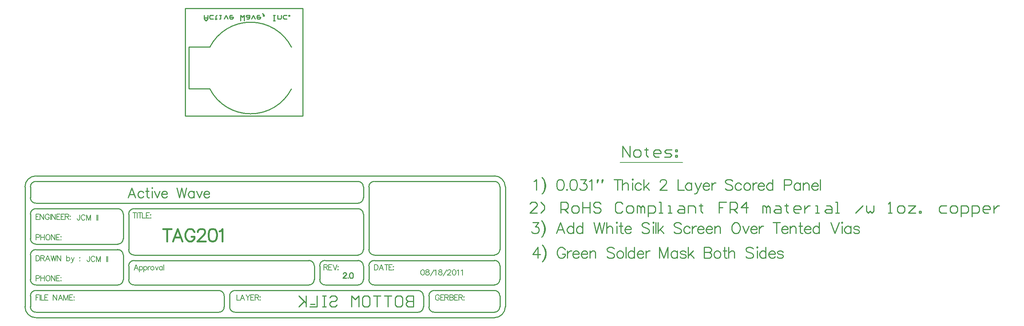
<source format=gbo>
%FSLAX25Y25*%
%MOIN*%
G70*
G01*
G75*
G04 Layer_Color=32896*
%ADD10R,0.03000X0.03000*%
%ADD11C,0.05000*%
%ADD12R,0.01550X0.05000*%
G04:AMPARAMS|DCode=13|XSize=39.37mil|YSize=9.84mil|CornerRadius=2.46mil|HoleSize=0mil|Usage=FLASHONLY|Rotation=0.000|XOffset=0mil|YOffset=0mil|HoleType=Round|Shape=RoundedRectangle|*
%AMROUNDEDRECTD13*
21,1,0.03937,0.00492,0,0,0.0*
21,1,0.03445,0.00984,0,0,0.0*
1,1,0.00492,0.01722,-0.00246*
1,1,0.00492,-0.01722,-0.00246*
1,1,0.00492,-0.01722,0.00246*
1,1,0.00492,0.01722,0.00246*
%
%ADD13ROUNDEDRECTD13*%
G04:AMPARAMS|DCode=14|XSize=39.37mil|YSize=9.84mil|CornerRadius=2.46mil|HoleSize=0mil|Usage=FLASHONLY|Rotation=90.000|XOffset=0mil|YOffset=0mil|HoleType=Round|Shape=RoundedRectangle|*
%AMROUNDEDRECTD14*
21,1,0.03937,0.00492,0,0,90.0*
21,1,0.03445,0.00984,0,0,90.0*
1,1,0.00492,0.00246,0.01722*
1,1,0.00492,0.00246,-0.01722*
1,1,0.00492,-0.00246,-0.01722*
1,1,0.00492,-0.00246,0.01722*
%
%ADD14ROUNDEDRECTD14*%
G04:AMPARAMS|DCode=15|XSize=25.59mil|YSize=9.84mil|CornerRadius=0mil|HoleSize=0mil|Usage=FLASHONLY|Rotation=90.000|XOffset=0mil|YOffset=0mil|HoleType=Round|Shape=Octagon|*
%AMOCTAGOND15*
4,1,8,0.00246,0.01280,-0.00246,0.01280,-0.00492,0.01034,-0.00492,-0.01034,-0.00246,-0.01280,0.00246,-0.01280,0.00492,-0.01034,0.00492,0.01034,0.00246,0.01280,0.0*
%
%ADD15OCTAGOND15*%

G04:AMPARAMS|DCode=16|XSize=25.59mil|YSize=9.84mil|CornerRadius=0mil|HoleSize=0mil|Usage=FLASHONLY|Rotation=180.000|XOffset=0mil|YOffset=0mil|HoleType=Round|Shape=Octagon|*
%AMOCTAGOND16*
4,1,8,-0.01280,0.00246,-0.01280,-0.00246,-0.01034,-0.00492,0.01034,-0.00492,0.01280,-0.00246,0.01280,0.00246,0.01034,0.00492,-0.01034,0.00492,-0.01280,0.00246,0.0*
%
%ADD16OCTAGOND16*%

%ADD17C,0.01000*%
%ADD18C,0.00800*%
%ADD19C,0.01200*%
%ADD20C,0.02000*%
%ADD21C,0.00500*%
%ADD22C,0.01500*%
%ADD23C,0.00900*%
%ADD24C,0.05200*%
%ADD25R,0.04000X0.06200*%
%ADD26O,0.04000X0.06200*%
%ADD27C,0.05500*%
%ADD28C,0.02600*%
%ADD29R,0.13000X0.34000*%
%ADD30C,0.06000*%
%ADD31C,0.07000*%
%ADD32R,0.03800X0.03800*%
%ADD33C,0.05800*%
%ADD34R,0.01850X0.05300*%
G04:AMPARAMS|DCode=35|XSize=43.37mil|YSize=13.84mil|CornerRadius=4.46mil|HoleSize=0mil|Usage=FLASHONLY|Rotation=0.000|XOffset=0mil|YOffset=0mil|HoleType=Round|Shape=RoundedRectangle|*
%AMROUNDEDRECTD35*
21,1,0.04337,0.00492,0,0,0.0*
21,1,0.03445,0.01384,0,0,0.0*
1,1,0.00892,0.01722,-0.00246*
1,1,0.00892,-0.01722,-0.00246*
1,1,0.00892,-0.01722,0.00246*
1,1,0.00892,0.01722,0.00246*
%
%ADD35ROUNDEDRECTD35*%
G04:AMPARAMS|DCode=36|XSize=43.37mil|YSize=13.84mil|CornerRadius=4.46mil|HoleSize=0mil|Usage=FLASHONLY|Rotation=90.000|XOffset=0mil|YOffset=0mil|HoleType=Round|Shape=RoundedRectangle|*
%AMROUNDEDRECTD36*
21,1,0.04337,0.00492,0,0,90.0*
21,1,0.03445,0.01384,0,0,90.0*
1,1,0.00892,0.00246,0.01722*
1,1,0.00892,0.00246,-0.01722*
1,1,0.00892,-0.00246,-0.01722*
1,1,0.00892,-0.00246,0.01722*
%
%ADD36ROUNDEDRECTD36*%
G04:AMPARAMS|DCode=37|XSize=29.19mil|YSize=13.44mil|CornerRadius=0mil|HoleSize=0mil|Usage=FLASHONLY|Rotation=90.000|XOffset=0mil|YOffset=0mil|HoleType=Round|Shape=Octagon|*
%AMOCTAGOND37*
4,1,8,0.00336,0.01460,-0.00336,0.01460,-0.00672,0.01124,-0.00672,-0.01124,-0.00336,-0.01460,0.00336,-0.01460,0.00672,-0.01124,0.00672,0.01124,0.00336,0.01460,0.0*
%
%ADD37OCTAGOND37*%

G04:AMPARAMS|DCode=38|XSize=29.19mil|YSize=13.44mil|CornerRadius=0mil|HoleSize=0mil|Usage=FLASHONLY|Rotation=180.000|XOffset=0mil|YOffset=0mil|HoleType=Round|Shape=Octagon|*
%AMOCTAGOND38*
4,1,8,-0.01460,0.00336,-0.01460,-0.00336,-0.01124,-0.00672,0.01124,-0.00672,0.01460,-0.00336,0.01460,0.00336,0.01124,0.00672,-0.01124,0.00672,-0.01460,0.00336,0.0*
%
%ADD38OCTAGOND38*%

%ADD39R,0.04400X0.06600*%
%ADD40O,0.04400X0.06600*%
%ADD41C,0.06300*%
%ADD42C,0.08000*%
%ADD43R,0.13800X0.34800*%
D17*
X97465Y62982D02*
G03*
X22670Y63248I-37466J-18982D01*
G01*
X22535Y25017D02*
G03*
X97330Y24752I37466J18982D01*
G01*
X3248Y25035D02*
Y63248D01*
Y25017D02*
X22535D01*
X3248Y63248D02*
X22670D01*
X209200Y-165003D02*
Y-175000D01*
X204202D01*
X202536Y-173334D01*
Y-171668D01*
X204202Y-170002D01*
X209200D01*
X204202D01*
X202536Y-168335D01*
Y-166669D01*
X204202Y-165003D01*
X209200D01*
X194205D02*
X197537D01*
X199203Y-166669D01*
Y-173334D01*
X197537Y-175000D01*
X194205D01*
X192539Y-173334D01*
Y-166669D01*
X194205Y-165003D01*
X189207D02*
X182542D01*
X185874D01*
Y-175000D01*
X179210Y-165003D02*
X172545D01*
X175877D01*
Y-175000D01*
X164215Y-165003D02*
X167547D01*
X169213Y-166669D01*
Y-173334D01*
X167547Y-175000D01*
X164215D01*
X162548Y-173334D01*
Y-166669D01*
X164215Y-165003D01*
X159216Y-175000D02*
Y-165003D01*
X155884Y-168335D01*
X152552Y-165003D01*
Y-175000D01*
X132558Y-166669D02*
X134224Y-165003D01*
X137557D01*
X139223Y-166669D01*
Y-168335D01*
X137557Y-170002D01*
X134224D01*
X132558Y-171668D01*
Y-173334D01*
X134224Y-175000D01*
X137557D01*
X139223Y-173334D01*
X129226Y-165003D02*
X125894D01*
X127560D01*
Y-175000D01*
X129226D01*
X125894D01*
X120895Y-165003D02*
Y-175000D01*
X114231D01*
X110898Y-165003D02*
Y-175000D01*
Y-171668D01*
X104234Y-165003D01*
X109232Y-170002D01*
X104234Y-175000D01*
X17300Y92500D02*
Y89168D01*
X18966Y87502D01*
X20632Y89168D01*
Y92500D01*
Y90001D01*
X17300D01*
X25631Y89168D02*
X23131D01*
X22298Y90001D01*
Y91667D01*
X23131Y92500D01*
X25631D01*
X28130Y88335D02*
Y89168D01*
X27297D01*
X28963D01*
X28130D01*
Y91667D01*
X28963Y92500D01*
X31462D02*
X33128D01*
X32295D01*
Y89168D01*
X31462D01*
X35627D02*
X37293Y92500D01*
X38960Y89168D01*
X43125Y92500D02*
X41459D01*
X40626Y91667D01*
Y90001D01*
X41459Y89168D01*
X43125D01*
X43958Y90001D01*
Y90834D01*
X40626D01*
X50622Y87502D02*
Y92500D01*
X52289Y90834D01*
X53955Y92500D01*
Y87502D01*
X56454Y89168D02*
X58120D01*
X58953Y90001D01*
Y92500D01*
X56454D01*
X55621Y91667D01*
X56454Y90834D01*
X58953D01*
X60619Y89168D02*
X62285Y92500D01*
X63952Y89168D01*
X68117Y92500D02*
X66451D01*
X65618Y91667D01*
Y90001D01*
X66451Y89168D01*
X68117D01*
X68950Y90001D01*
Y90834D01*
X65618D01*
X71449Y93333D02*
X72282Y92500D01*
Y91667D01*
X71449D01*
Y92500D01*
X72282D01*
X71449Y93333D01*
X70616Y94166D01*
X80613Y87502D02*
X82279D01*
X81446D01*
Y92500D01*
X80613D01*
X82279D01*
X84778D02*
Y89168D01*
X87277D01*
X88110Y90001D01*
Y92500D01*
X93109Y89168D02*
X90610D01*
X89776Y90001D01*
Y91667D01*
X90610Y92500D01*
X93109D01*
X94775D02*
Y91667D01*
X95608D01*
Y92500D01*
X94775D01*
X0Y98803D02*
X107753D01*
Y-100D02*
Y98803D01*
X114695Y-172498D02*
X118632D01*
X0Y-100D02*
Y98800D01*
Y-100D02*
X107753D01*
X288306Y-137340D02*
G03*
X283406Y-132440I-4900J0D01*
G01*
X173240Y-132514D02*
G03*
X168240Y-137514I0J-5000D01*
G01*
X283306Y-127440D02*
G03*
X288306Y-122440I0J5000D01*
G01*
X168240Y-122514D02*
G03*
X173240Y-127514I5000J0D01*
G01*
X-136760Y-55014D02*
G03*
X-146760Y-65014I0J-10000D01*
G01*
Y-174914D02*
G03*
X-136837Y-185012I10100J0D01*
G01*
X293238Y-64957D02*
G03*
X283238Y-54957I-10000J0D01*
G01*
X288238Y-64857D02*
G03*
X283167Y-59960I-4900J0D01*
G01*
X283306Y-154940D02*
G03*
X288306Y-149940I0J5000D01*
G01*
X288240Y-164927D02*
G03*
X283240Y-160013I-5000J-87D01*
G01*
X158240Y-155014D02*
G03*
X163240Y-150014I0J5000D01*
G01*
X168240Y-150114D02*
G03*
X173225Y-155013I4900J0D01*
G01*
X163240Y-137414D02*
G03*
X158340Y-132514I-4900J0D01*
G01*
X-141760Y-175014D02*
G03*
X-136848Y-180013I5000J0D01*
G01*
X158327Y-127514D02*
G03*
X163241Y-122514I-87J5000D01*
G01*
X-136760Y-160014D02*
G03*
X-141760Y-165014I0J-5000D01*
G01*
X163240Y-90014D02*
G03*
X158240Y-85014I-5000J0D01*
G01*
Y-80014D02*
G03*
X163240Y-75014I0J5000D01*
G01*
X173240Y-60014D02*
G03*
X168240Y-65014I0J-5000D01*
G01*
X163240Y-65014D02*
G03*
X158240Y-60014I-5000J0D01*
G01*
X-136760Y-60014D02*
G03*
X-141760Y-65014I0J-5000D01*
G01*
Y-75014D02*
G03*
X-136760Y-80014I5000J0D01*
G01*
Y-85014D02*
G03*
X-141760Y-90014I0J-5000D01*
G01*
Y-112514D02*
G03*
X-136760Y-117514I5000J0D01*
G01*
Y-122514D02*
G03*
X-141760Y-127514I0J-5000D01*
G01*
X-141760Y-150014D02*
G03*
X-136848Y-155013I5000J0D01*
G01*
X-46760Y-85014D02*
G03*
X-51760Y-90014I0J-5000D01*
G01*
X-46760Y-132514D02*
G03*
X-51760Y-137514I0J-5000D01*
G01*
X128040Y-132514D02*
G03*
X123246Y-137565I0J-4800D01*
G01*
X123240Y-149914D02*
G03*
X128251Y-155013I5100J0D01*
G01*
X113340Y-155014D02*
G03*
X118239Y-150029I0J4900D01*
G01*
X118240Y-137414D02*
G03*
X113340Y-132514I-4900J0D01*
G01*
X-61660Y-155014D02*
G03*
X-56760Y-150114I0J4900D01*
G01*
X-51760D02*
G03*
X-46860Y-155014I4900J0D01*
G01*
X-51760Y-122614D02*
G03*
X-46860Y-127514I4900J0D01*
G01*
X-56760Y-127414D02*
G03*
X-61831Y-122517I-4900J0D01*
G01*
X-61560Y-117514D02*
G03*
X-56760Y-112714I0J4800D01*
G01*
Y-89914D02*
G03*
X-61660Y-85014I-4900J0D01*
G01*
X228240Y-160014D02*
G03*
X223240Y-165014I0J-5000D01*
G01*
Y-175114D02*
G03*
X228225Y-180013I4900J0D01*
G01*
X213356Y-180014D02*
G03*
X218238Y-175047I84J4800D01*
G01*
X218240Y-165014D02*
G03*
X213240Y-160014I-5000J0D01*
G01*
X40740Y-175014D02*
G03*
X45652Y-180013I5000J0D01*
G01*
X45740Y-160014D02*
G03*
X40740Y-165014I0J-5000D01*
G01*
X30856Y-180014D02*
G03*
X35738Y-175047I84J4800D01*
G01*
X35740Y-165014D02*
G03*
X30740Y-160014I-5000J0D01*
G01*
X283240Y-180014D02*
G03*
X288240Y-175014I0J5000D01*
G01*
X283240Y-185014D02*
G03*
X293240Y-175014I0J10000D01*
G01*
X45740Y-180014D02*
X213240D01*
X-136760Y-180014D02*
X30740D01*
X-136760Y-160014D02*
X30740D01*
X45740D02*
X213240D01*
X228240Y-180014D02*
X283240D01*
X228240Y-160014D02*
X283240D01*
X-136760Y-60014D02*
X158240D01*
X-136760Y-185014D02*
X283240D01*
X-136760Y-155014D02*
X-61760D01*
X-136760Y-122514D02*
X-61760D01*
X-136760Y-117514D02*
X-61760D01*
X-136760Y-85014D02*
X-61760D01*
X-136760Y-80014D02*
X158240D01*
X-46760Y-85014D02*
X158240D01*
X-46760Y-132514D02*
X113240D01*
X-46760Y-155014D02*
X113240D01*
X128240D02*
X158240D01*
X128240Y-132514D02*
X158240D01*
X173240Y-155014D02*
X283240D01*
X173240Y-60014D02*
X283240D01*
X-46760Y-127514D02*
X158240D01*
X173240D02*
X283240D01*
X173240Y-132514D02*
X283240D01*
X35740Y-175014D02*
Y-165014D01*
X40740Y-175014D02*
Y-165014D01*
X218240Y-175014D02*
Y-165014D01*
X223240Y-175014D02*
Y-165014D01*
X293240Y-175014D02*
Y-65014D01*
X-141760Y-150014D02*
Y-127514D01*
X-56760Y-150014D02*
Y-127514D01*
X-141760Y-112514D02*
Y-90014D01*
X-56760Y-112514D02*
Y-90014D01*
X-141760Y-75014D02*
Y-65014D01*
X163240Y-75014D02*
Y-65014D01*
Y-122514D02*
Y-90014D01*
X-51760Y-122514D02*
Y-90014D01*
X118240Y-150014D02*
Y-137514D01*
X-51760Y-150014D02*
Y-137514D01*
X123240Y-150014D02*
Y-137514D01*
X163240Y-150014D02*
Y-137514D01*
X-141760Y-175014D02*
Y-165014D01*
X-146760Y-175014D02*
Y-65014D01*
X168240Y-122514D02*
Y-65014D01*
X288240Y-122514D02*
Y-65014D01*
X168240Y-150014D02*
Y-137514D01*
X288306Y-149940D02*
Y-137340D01*
X-136760Y-55014D02*
X283240D01*
X288240Y-175014D02*
Y-165014D01*
X323027Y-120328D02*
X318266Y-126993D01*
X325408D01*
X323027Y-120328D02*
Y-130326D01*
X327169Y-118424D02*
X328121Y-119376D01*
X329073Y-120804D01*
X330026Y-122709D01*
X330502Y-125089D01*
Y-126993D01*
X330026Y-129374D01*
X329073Y-131278D01*
X328121Y-132706D01*
X327169Y-133659D01*
X328121Y-119376D02*
X329073Y-121280D01*
X329549Y-122709D01*
X330026Y-125089D01*
Y-126993D01*
X329549Y-129374D01*
X329073Y-130802D01*
X328121Y-132706D01*
X347926Y-122709D02*
X347450Y-121756D01*
X346498Y-120804D01*
X345546Y-120328D01*
X343642D01*
X342689Y-120804D01*
X341737Y-121756D01*
X341261Y-122709D01*
X340785Y-124137D01*
Y-126517D01*
X341261Y-127945D01*
X341737Y-128898D01*
X342689Y-129850D01*
X343642Y-130326D01*
X345546D01*
X346498Y-129850D01*
X347450Y-128898D01*
X347926Y-127945D01*
Y-126517D01*
X345546D02*
X347926D01*
X350212Y-123661D02*
Y-130326D01*
Y-126517D02*
X350688Y-125089D01*
X351640Y-124137D01*
X352592Y-123661D01*
X354020D01*
X354925Y-126517D02*
X360638D01*
Y-125565D01*
X360162Y-124613D01*
X359686Y-124137D01*
X358734Y-123661D01*
X357305D01*
X356353Y-124137D01*
X355401Y-125089D01*
X354925Y-126517D01*
Y-127470D01*
X355401Y-128898D01*
X356353Y-129850D01*
X357305Y-130326D01*
X358734D01*
X359686Y-129850D01*
X360638Y-128898D01*
X362780Y-126517D02*
X368494D01*
Y-125565D01*
X368017Y-124613D01*
X367541Y-124137D01*
X366589Y-123661D01*
X365161D01*
X364209Y-124137D01*
X363257Y-125089D01*
X362780Y-126517D01*
Y-127470D01*
X363257Y-128898D01*
X364209Y-129850D01*
X365161Y-130326D01*
X366589D01*
X367541Y-129850D01*
X368494Y-128898D01*
X370636Y-123661D02*
Y-130326D01*
Y-125565D02*
X372064Y-124137D01*
X373016Y-123661D01*
X374445D01*
X375397Y-124137D01*
X375873Y-125565D01*
Y-130326D01*
X393012Y-121756D02*
X392060Y-120804D01*
X390632Y-120328D01*
X388727D01*
X387299Y-120804D01*
X386347Y-121756D01*
Y-122709D01*
X386823Y-123661D01*
X387299Y-124137D01*
X388251Y-124613D01*
X391108Y-125565D01*
X392060Y-126041D01*
X392536Y-126517D01*
X393012Y-127470D01*
Y-128898D01*
X392060Y-129850D01*
X390632Y-130326D01*
X388727D01*
X387299Y-129850D01*
X386347Y-128898D01*
X397630Y-123661D02*
X396678Y-124137D01*
X395726Y-125089D01*
X395250Y-126517D01*
Y-127470D01*
X395726Y-128898D01*
X396678Y-129850D01*
X397630Y-130326D01*
X399058D01*
X400010Y-129850D01*
X400963Y-128898D01*
X401439Y-127470D01*
Y-126517D01*
X400963Y-125089D01*
X400010Y-124137D01*
X399058Y-123661D01*
X397630D01*
X403629Y-120328D02*
Y-130326D01*
X411437Y-120328D02*
Y-130326D01*
Y-125089D02*
X410485Y-124137D01*
X409532Y-123661D01*
X408104D01*
X407152Y-124137D01*
X406200Y-125089D01*
X405724Y-126517D01*
Y-127470D01*
X406200Y-128898D01*
X407152Y-129850D01*
X408104Y-130326D01*
X409532D01*
X410485Y-129850D01*
X411437Y-128898D01*
X414103Y-126517D02*
X419816D01*
Y-125565D01*
X419340Y-124613D01*
X418864Y-124137D01*
X417911Y-123661D01*
X416483D01*
X415531Y-124137D01*
X414579Y-125089D01*
X414103Y-126517D01*
Y-127470D01*
X414579Y-128898D01*
X415531Y-129850D01*
X416483Y-130326D01*
X417911D01*
X418864Y-129850D01*
X419816Y-128898D01*
X421958Y-123661D02*
Y-130326D01*
Y-126517D02*
X422434Y-125089D01*
X423386Y-124137D01*
X424339Y-123661D01*
X425767D01*
X434527Y-120328D02*
Y-130326D01*
Y-120328D02*
X438336Y-130326D01*
X442144Y-120328D02*
X438336Y-130326D01*
X442144Y-120328D02*
Y-130326D01*
X450714Y-123661D02*
Y-130326D01*
Y-125089D02*
X449762Y-124137D01*
X448810Y-123661D01*
X447381D01*
X446429Y-124137D01*
X445477Y-125089D01*
X445001Y-126517D01*
Y-127470D01*
X445477Y-128898D01*
X446429Y-129850D01*
X447381Y-130326D01*
X448810D01*
X449762Y-129850D01*
X450714Y-128898D01*
X458617Y-125089D02*
X458141Y-124137D01*
X456713Y-123661D01*
X455284D01*
X453856Y-124137D01*
X453380Y-125089D01*
X453856Y-126041D01*
X454808Y-126517D01*
X457189Y-126993D01*
X458141Y-127470D01*
X458617Y-128422D01*
Y-128898D01*
X458141Y-129850D01*
X456713Y-130326D01*
X455284D01*
X453856Y-129850D01*
X453380Y-128898D01*
X460712Y-120328D02*
Y-130326D01*
X465473Y-123661D02*
X460712Y-128422D01*
X462616Y-126517D02*
X465949Y-130326D01*
X475375Y-120328D02*
Y-130326D01*
Y-120328D02*
X479660D01*
X481088Y-120804D01*
X481565Y-121280D01*
X482041Y-122232D01*
Y-123185D01*
X481565Y-124137D01*
X481088Y-124613D01*
X479660Y-125089D01*
X475375D02*
X479660D01*
X481088Y-125565D01*
X481565Y-126041D01*
X482041Y-126993D01*
Y-128422D01*
X481565Y-129374D01*
X481088Y-129850D01*
X479660Y-130326D01*
X475375D01*
X486659Y-123661D02*
X485707Y-124137D01*
X484754Y-125089D01*
X484278Y-126517D01*
Y-127470D01*
X484754Y-128898D01*
X485707Y-129850D01*
X486659Y-130326D01*
X488087D01*
X489039Y-129850D01*
X489991Y-128898D01*
X490467Y-127470D01*
Y-126517D01*
X489991Y-125089D01*
X489039Y-124137D01*
X488087Y-123661D01*
X486659D01*
X494086Y-120328D02*
Y-128422D01*
X494562Y-129850D01*
X495514Y-130326D01*
X496466D01*
X492657Y-123661D02*
X495990D01*
X497894Y-120328D02*
Y-130326D01*
Y-125565D02*
X499323Y-124137D01*
X500275Y-123661D01*
X501703D01*
X502655Y-124137D01*
X503131Y-125565D01*
Y-130326D01*
X520270Y-121756D02*
X519318Y-120804D01*
X517890Y-120328D01*
X515986D01*
X514557Y-120804D01*
X513605Y-121756D01*
Y-122709D01*
X514081Y-123661D01*
X514557Y-124137D01*
X515510Y-124613D01*
X518366Y-125565D01*
X519318Y-126041D01*
X519794Y-126517D01*
X520270Y-127470D01*
Y-128898D01*
X519318Y-129850D01*
X517890Y-130326D01*
X515986D01*
X514557Y-129850D01*
X513605Y-128898D01*
X523460Y-120328D02*
X523936Y-120804D01*
X524412Y-120328D01*
X523936Y-119852D01*
X523460Y-120328D01*
X523936Y-123661D02*
Y-130326D01*
X531887Y-120328D02*
Y-130326D01*
Y-125089D02*
X530935Y-124137D01*
X529983Y-123661D01*
X528554D01*
X527602Y-124137D01*
X526650Y-125089D01*
X526174Y-126517D01*
Y-127470D01*
X526650Y-128898D01*
X527602Y-129850D01*
X528554Y-130326D01*
X529983D01*
X530935Y-129850D01*
X531887Y-128898D01*
X534553Y-126517D02*
X540266D01*
Y-125565D01*
X539790Y-124613D01*
X539314Y-124137D01*
X538362Y-123661D01*
X536934D01*
X535981Y-124137D01*
X535029Y-125089D01*
X534553Y-126517D01*
Y-127470D01*
X535029Y-128898D01*
X535981Y-129850D01*
X536934Y-130326D01*
X538362D01*
X539314Y-129850D01*
X540266Y-128898D01*
X547646Y-125089D02*
X547169Y-124137D01*
X545741Y-123661D01*
X544313D01*
X542885Y-124137D01*
X542409Y-125089D01*
X542885Y-126041D01*
X543837Y-126517D01*
X546217Y-126993D01*
X547169Y-127470D01*
X547646Y-128422D01*
Y-128898D01*
X547169Y-129850D01*
X545741Y-130326D01*
X544313D01*
X542885Y-129850D01*
X542409Y-128898D01*
X400874Y-37626D02*
Y-27629D01*
X407538Y-37626D01*
Y-27629D01*
X412537Y-37626D02*
X415869D01*
X417535Y-35960D01*
Y-32628D01*
X415869Y-30962D01*
X412537D01*
X410871Y-32628D01*
Y-35960D01*
X412537Y-37626D01*
X422533Y-29295D02*
Y-30962D01*
X420867D01*
X424199D01*
X422533D01*
Y-35960D01*
X424199Y-37626D01*
X434196D02*
X430864D01*
X429198Y-35960D01*
Y-32628D01*
X430864Y-30962D01*
X434196D01*
X435862Y-32628D01*
Y-34294D01*
X429198D01*
X439195Y-37626D02*
X444193D01*
X445859Y-35960D01*
X444193Y-34294D01*
X440861D01*
X439195Y-32628D01*
X440861Y-30962D01*
X445859D01*
X449192D02*
X450858D01*
Y-32628D01*
X449192D01*
Y-30962D01*
Y-35960D02*
X450858D01*
Y-37626D01*
X449192D01*
Y-35960D01*
X319372Y-60042D02*
X320324Y-59566D01*
X321753Y-58138D01*
Y-68135D01*
X326704Y-56233D02*
X327656Y-57185D01*
X328608Y-58614D01*
X329560Y-60518D01*
X330037Y-62898D01*
Y-64803D01*
X329560Y-67183D01*
X328608Y-69087D01*
X327656Y-70516D01*
X326704Y-71468D01*
X327656Y-57185D02*
X328608Y-59090D01*
X329084Y-60518D01*
X329560Y-62898D01*
Y-64803D01*
X329084Y-67183D01*
X328608Y-68611D01*
X327656Y-70516D01*
X343177Y-58138D02*
X341748Y-58614D01*
X340796Y-60042D01*
X340320Y-62422D01*
Y-63850D01*
X340796Y-66231D01*
X341748Y-67659D01*
X343177Y-68135D01*
X344129D01*
X345557Y-67659D01*
X346509Y-66231D01*
X346985Y-63850D01*
Y-62422D01*
X346509Y-60042D01*
X345557Y-58614D01*
X344129Y-58138D01*
X343177D01*
X349699Y-67183D02*
X349223Y-67659D01*
X349699Y-68135D01*
X350175Y-67659D01*
X349699Y-67183D01*
X355222Y-58138D02*
X353793Y-58614D01*
X352841Y-60042D01*
X352365Y-62422D01*
Y-63850D01*
X352841Y-66231D01*
X353793Y-67659D01*
X355222Y-68135D01*
X356174D01*
X357602Y-67659D01*
X358554Y-66231D01*
X359030Y-63850D01*
Y-62422D01*
X358554Y-60042D01*
X357602Y-58614D01*
X356174Y-58138D01*
X355222D01*
X362220D02*
X367457D01*
X364601Y-61946D01*
X366029D01*
X366981Y-62422D01*
X367457Y-62898D01*
X367933Y-64327D01*
Y-65279D01*
X367457Y-66707D01*
X366505Y-67659D01*
X365077Y-68135D01*
X363648D01*
X362220Y-67659D01*
X361744Y-67183D01*
X361268Y-66231D01*
X370171Y-60042D02*
X371123Y-59566D01*
X372551Y-58138D01*
Y-68135D01*
X377979Y-58138D02*
X377503Y-58614D01*
Y-61470D01*
X377979Y-58614D02*
X377503Y-61470D01*
X377979Y-58138D02*
X378455Y-58614D01*
X377503Y-61470D01*
X382263Y-58138D02*
X381787Y-58614D01*
Y-61470D01*
X382263Y-58614D02*
X381787Y-61470D01*
X382263Y-58138D02*
X382740Y-58614D01*
X381787Y-61470D01*
X396022Y-58138D02*
Y-68135D01*
X392690Y-58138D02*
X399355D01*
X400545D02*
Y-68135D01*
Y-63374D02*
X401973Y-61946D01*
X402926Y-61470D01*
X404354D01*
X405306Y-61946D01*
X405782Y-63374D01*
Y-68135D01*
X409353Y-58138D02*
X409829Y-58614D01*
X410305Y-58138D01*
X409829Y-57661D01*
X409353Y-58138D01*
X409829Y-61470D02*
Y-68135D01*
X417780Y-62898D02*
X416827Y-61946D01*
X415875Y-61470D01*
X414447D01*
X413495Y-61946D01*
X412543Y-62898D01*
X412067Y-64327D01*
Y-65279D01*
X412543Y-66707D01*
X413495Y-67659D01*
X414447Y-68135D01*
X415875D01*
X416827Y-67659D01*
X417780Y-66707D01*
X419922Y-58138D02*
Y-68135D01*
X424683Y-61470D02*
X419922Y-66231D01*
X421826Y-64327D02*
X425159Y-68135D01*
X435062Y-60518D02*
Y-60042D01*
X435538Y-59090D01*
X436014Y-58614D01*
X436966Y-58138D01*
X438870D01*
X439823Y-58614D01*
X440299Y-59090D01*
X440775Y-60042D01*
Y-60994D01*
X440299Y-61946D01*
X439347Y-63374D01*
X434586Y-68135D01*
X441251D01*
X451344Y-58138D02*
Y-68135D01*
X457057D01*
X463865Y-61470D02*
Y-68135D01*
Y-62898D02*
X462913Y-61946D01*
X461961Y-61470D01*
X460532D01*
X459580Y-61946D01*
X458628Y-62898D01*
X458152Y-64327D01*
Y-65279D01*
X458628Y-66707D01*
X459580Y-67659D01*
X460532Y-68135D01*
X461961D01*
X462913Y-67659D01*
X463865Y-66707D01*
X467007Y-61470D02*
X469864Y-68135D01*
X472720Y-61470D02*
X469864Y-68135D01*
X468912Y-70040D01*
X467959Y-70992D01*
X467007Y-71468D01*
X466531D01*
X474387Y-64327D02*
X480100D01*
Y-63374D01*
X479624Y-62422D01*
X479147Y-61946D01*
X478195Y-61470D01*
X476767D01*
X475815Y-61946D01*
X474863Y-62898D01*
X474387Y-64327D01*
Y-65279D01*
X474863Y-66707D01*
X475815Y-67659D01*
X476767Y-68135D01*
X478195D01*
X479147Y-67659D01*
X480100Y-66707D01*
X482242Y-61470D02*
Y-68135D01*
Y-64327D02*
X482718Y-62898D01*
X483670Y-61946D01*
X484622Y-61470D01*
X486051D01*
X501476Y-59566D02*
X500524Y-58614D01*
X499096Y-58138D01*
X497191D01*
X495763Y-58614D01*
X494811Y-59566D01*
Y-60518D01*
X495287Y-61470D01*
X495763Y-61946D01*
X496715Y-62422D01*
X499572Y-63374D01*
X500524Y-63850D01*
X501000Y-64327D01*
X501476Y-65279D01*
Y-66707D01*
X500524Y-67659D01*
X499096Y-68135D01*
X497191D01*
X495763Y-67659D01*
X494811Y-66707D01*
X509427Y-62898D02*
X508474Y-61946D01*
X507522Y-61470D01*
X506094D01*
X505142Y-61946D01*
X504190Y-62898D01*
X503714Y-64327D01*
Y-65279D01*
X504190Y-66707D01*
X505142Y-67659D01*
X506094Y-68135D01*
X507522D01*
X508474Y-67659D01*
X509427Y-66707D01*
X513949Y-61470D02*
X512997Y-61946D01*
X512045Y-62898D01*
X511569Y-64327D01*
Y-65279D01*
X512045Y-66707D01*
X512997Y-67659D01*
X513949Y-68135D01*
X515378D01*
X516330Y-67659D01*
X517282Y-66707D01*
X517758Y-65279D01*
Y-64327D01*
X517282Y-62898D01*
X516330Y-61946D01*
X515378Y-61470D01*
X513949D01*
X519948D02*
Y-68135D01*
Y-64327D02*
X520424Y-62898D01*
X521377Y-61946D01*
X522329Y-61470D01*
X523757D01*
X524661Y-64327D02*
X530375D01*
Y-63374D01*
X529899Y-62422D01*
X529422Y-61946D01*
X528470Y-61470D01*
X527042D01*
X526090Y-61946D01*
X525138Y-62898D01*
X524661Y-64327D01*
Y-65279D01*
X525138Y-66707D01*
X526090Y-67659D01*
X527042Y-68135D01*
X528470D01*
X529422Y-67659D01*
X530375Y-66707D01*
X538230Y-58138D02*
Y-68135D01*
Y-62898D02*
X537278Y-61946D01*
X536326Y-61470D01*
X534898D01*
X533945Y-61946D01*
X532993Y-62898D01*
X532517Y-64327D01*
Y-65279D01*
X532993Y-66707D01*
X533945Y-67659D01*
X534898Y-68135D01*
X536326D01*
X537278Y-67659D01*
X538230Y-66707D01*
X548752Y-63374D02*
X553036D01*
X554465Y-62898D01*
X554941Y-62422D01*
X555417Y-61470D01*
Y-60042D01*
X554941Y-59090D01*
X554465Y-58614D01*
X553036Y-58138D01*
X548752D01*
Y-68135D01*
X563368Y-61470D02*
Y-68135D01*
Y-62898D02*
X562415Y-61946D01*
X561463Y-61470D01*
X560035D01*
X559083Y-61946D01*
X558131Y-62898D01*
X557654Y-64327D01*
Y-65279D01*
X558131Y-66707D01*
X559083Y-67659D01*
X560035Y-68135D01*
X561463D01*
X562415Y-67659D01*
X563368Y-66707D01*
X566034Y-61470D02*
Y-68135D01*
Y-63374D02*
X567462Y-61946D01*
X568414Y-61470D01*
X569842D01*
X570794Y-61946D01*
X571271Y-63374D01*
Y-68135D01*
X573889Y-64327D02*
X579602D01*
Y-63374D01*
X579126Y-62422D01*
X578650Y-61946D01*
X577698Y-61470D01*
X576269D01*
X575317Y-61946D01*
X574365Y-62898D01*
X573889Y-64327D01*
Y-65279D01*
X574365Y-66707D01*
X575317Y-67659D01*
X576269Y-68135D01*
X577698D01*
X578650Y-67659D01*
X579602Y-66707D01*
X581745Y-58138D02*
Y-68135D01*
X318352Y-97802D02*
X323589D01*
X320733Y-101611D01*
X322161D01*
X323113Y-102087D01*
X323589Y-102563D01*
X324065Y-103991D01*
Y-104944D01*
X323589Y-106372D01*
X322637Y-107324D01*
X321209Y-107800D01*
X319780D01*
X318352Y-107324D01*
X317876Y-106848D01*
X317400Y-105896D01*
X326303Y-95898D02*
X327255Y-96850D01*
X328207Y-98278D01*
X329159Y-100183D01*
X329636Y-102563D01*
Y-104467D01*
X329159Y-106848D01*
X328207Y-108752D01*
X327255Y-110180D01*
X326303Y-111133D01*
X327255Y-96850D02*
X328207Y-98754D01*
X328683Y-100183D01*
X329159Y-102563D01*
Y-104467D01*
X328683Y-106848D01*
X328207Y-108276D01*
X327255Y-110180D01*
X347536Y-107800D02*
X343728Y-97802D01*
X339919Y-107800D01*
X341347Y-104467D02*
X346108D01*
X355582Y-97802D02*
Y-107800D01*
Y-102563D02*
X354630Y-101611D01*
X353678Y-101135D01*
X352250D01*
X351297Y-101611D01*
X350345Y-102563D01*
X349869Y-103991D01*
Y-104944D01*
X350345Y-106372D01*
X351297Y-107324D01*
X352250Y-107800D01*
X353678D01*
X354630Y-107324D01*
X355582Y-106372D01*
X363962Y-97802D02*
Y-107800D01*
Y-102563D02*
X363009Y-101611D01*
X362057Y-101135D01*
X360629D01*
X359677Y-101611D01*
X358724Y-102563D01*
X358248Y-103991D01*
Y-104944D01*
X358724Y-106372D01*
X359677Y-107324D01*
X360629Y-107800D01*
X362057D01*
X363009Y-107324D01*
X363962Y-106372D01*
X374483Y-97802D02*
X376864Y-107800D01*
X379244Y-97802D02*
X376864Y-107800D01*
X379244Y-97802D02*
X381624Y-107800D01*
X384005Y-97802D02*
X381624Y-107800D01*
X386004Y-97802D02*
Y-107800D01*
Y-103039D02*
X387433Y-101611D01*
X388385Y-101135D01*
X389813D01*
X390765Y-101611D01*
X391241Y-103039D01*
Y-107800D01*
X394812Y-97802D02*
X395288Y-98278D01*
X395764Y-97802D01*
X395288Y-97326D01*
X394812Y-97802D01*
X395288Y-101135D02*
Y-107800D01*
X398954Y-97802D02*
Y-105896D01*
X399430Y-107324D01*
X400382Y-107800D01*
X401334D01*
X397526Y-101135D02*
X400858D01*
X402763Y-103991D02*
X408476D01*
Y-103039D01*
X408000Y-102087D01*
X407523Y-101611D01*
X406571Y-101135D01*
X405143D01*
X404191Y-101611D01*
X403239Y-102563D01*
X402763Y-103991D01*
Y-104944D01*
X403239Y-106372D01*
X404191Y-107324D01*
X405143Y-107800D01*
X406571D01*
X407523Y-107324D01*
X408476Y-106372D01*
X425139Y-99230D02*
X424187Y-98278D01*
X422758Y-97802D01*
X420854D01*
X419426Y-98278D01*
X418474Y-99230D01*
Y-100183D01*
X418950Y-101135D01*
X419426Y-101611D01*
X420378Y-102087D01*
X423235Y-103039D01*
X424187Y-103515D01*
X424663Y-103991D01*
X425139Y-104944D01*
Y-106372D01*
X424187Y-107324D01*
X422758Y-107800D01*
X420854D01*
X419426Y-107324D01*
X418474Y-106372D01*
X428329Y-97802D02*
X428805Y-98278D01*
X429281Y-97802D01*
X428805Y-97326D01*
X428329Y-97802D01*
X428805Y-101135D02*
Y-107800D01*
X431042Y-97802D02*
Y-107800D01*
X433137Y-97802D02*
Y-107800D01*
X437898Y-101135D02*
X433137Y-105896D01*
X435041Y-103991D02*
X438374Y-107800D01*
X454466Y-99230D02*
X453514Y-98278D01*
X452085Y-97802D01*
X450181D01*
X448753Y-98278D01*
X447801Y-99230D01*
Y-100183D01*
X448277Y-101135D01*
X448753Y-101611D01*
X449705Y-102087D01*
X452562Y-103039D01*
X453514Y-103515D01*
X453990Y-103991D01*
X454466Y-104944D01*
Y-106372D01*
X453514Y-107324D01*
X452085Y-107800D01*
X450181D01*
X448753Y-107324D01*
X447801Y-106372D01*
X462417Y-102563D02*
X461464Y-101611D01*
X460512Y-101135D01*
X459084D01*
X458132Y-101611D01*
X457180Y-102563D01*
X456704Y-103991D01*
Y-104944D01*
X457180Y-106372D01*
X458132Y-107324D01*
X459084Y-107800D01*
X460512D01*
X461464Y-107324D01*
X462417Y-106372D01*
X464559Y-101135D02*
Y-107800D01*
Y-103991D02*
X465035Y-102563D01*
X465987Y-101611D01*
X466939Y-101135D01*
X468368D01*
X469272Y-103991D02*
X474985D01*
Y-103039D01*
X474509Y-102087D01*
X474033Y-101611D01*
X473081Y-101135D01*
X471653D01*
X470701Y-101611D01*
X469748Y-102563D01*
X469272Y-103991D01*
Y-104944D01*
X469748Y-106372D01*
X470701Y-107324D01*
X471653Y-107800D01*
X473081D01*
X474033Y-107324D01*
X474985Y-106372D01*
X477128Y-103991D02*
X482841D01*
Y-103039D01*
X482365Y-102087D01*
X481889Y-101611D01*
X480936Y-101135D01*
X479508D01*
X478556Y-101611D01*
X477604Y-102563D01*
X477128Y-103991D01*
Y-104944D01*
X477604Y-106372D01*
X478556Y-107324D01*
X479508Y-107800D01*
X480936D01*
X481889Y-107324D01*
X482841Y-106372D01*
X484983Y-101135D02*
Y-107800D01*
Y-103039D02*
X486411Y-101611D01*
X487364Y-101135D01*
X488792D01*
X489744Y-101611D01*
X490220Y-103039D01*
Y-107800D01*
X503551Y-97802D02*
X502598Y-98278D01*
X501646Y-99230D01*
X501170Y-100183D01*
X500694Y-101611D01*
Y-103991D01*
X501170Y-105420D01*
X501646Y-106372D01*
X502598Y-107324D01*
X503551Y-107800D01*
X505455D01*
X506407Y-107324D01*
X507359Y-106372D01*
X507835Y-105420D01*
X508312Y-103991D01*
Y-101611D01*
X507835Y-100183D01*
X507359Y-99230D01*
X506407Y-98278D01*
X505455Y-97802D01*
X503551D01*
X510644Y-101135D02*
X513501Y-107800D01*
X516357Y-101135D02*
X513501Y-107800D01*
X517976Y-103991D02*
X523689D01*
Y-103039D01*
X523213Y-102087D01*
X522737Y-101611D01*
X521785Y-101135D01*
X520357D01*
X519404Y-101611D01*
X518452Y-102563D01*
X517976Y-103991D01*
Y-104944D01*
X518452Y-106372D01*
X519404Y-107324D01*
X520357Y-107800D01*
X521785D01*
X522737Y-107324D01*
X523689Y-106372D01*
X525832Y-101135D02*
Y-107800D01*
Y-103991D02*
X526308Y-102563D01*
X527260Y-101611D01*
X528212Y-101135D01*
X529640D01*
X541733Y-97802D02*
Y-107800D01*
X538400Y-97802D02*
X545065D01*
X546256Y-103991D02*
X551969D01*
Y-103039D01*
X551493Y-102087D01*
X551017Y-101611D01*
X550064Y-101135D01*
X548636D01*
X547684Y-101611D01*
X546732Y-102563D01*
X546256Y-103991D01*
Y-104944D01*
X546732Y-106372D01*
X547684Y-107324D01*
X548636Y-107800D01*
X550064D01*
X551017Y-107324D01*
X551969Y-106372D01*
X554111Y-101135D02*
Y-107800D01*
Y-103039D02*
X555540Y-101611D01*
X556492Y-101135D01*
X557920D01*
X558872Y-101611D01*
X559348Y-103039D01*
Y-107800D01*
X563395Y-97802D02*
Y-105896D01*
X563871Y-107324D01*
X564823Y-107800D01*
X565775D01*
X561967Y-101135D02*
X565299D01*
X567204Y-103991D02*
X572917D01*
Y-103039D01*
X572441Y-102087D01*
X571965Y-101611D01*
X571012Y-101135D01*
X569584D01*
X568632Y-101611D01*
X567680Y-102563D01*
X567204Y-103991D01*
Y-104944D01*
X567680Y-106372D01*
X568632Y-107324D01*
X569584Y-107800D01*
X571012D01*
X571965Y-107324D01*
X572917Y-106372D01*
X580772Y-97802D02*
Y-107800D01*
Y-102563D02*
X579820Y-101611D01*
X578868Y-101135D01*
X577439D01*
X576487Y-101611D01*
X575535Y-102563D01*
X575059Y-103991D01*
Y-104944D01*
X575535Y-106372D01*
X576487Y-107324D01*
X577439Y-107800D01*
X578868D01*
X579820Y-107324D01*
X580772Y-106372D01*
X591294Y-97802D02*
X595102Y-107800D01*
X598911Y-97802D02*
X595102Y-107800D01*
X601149Y-97802D02*
X601625Y-98278D01*
X602101Y-97802D01*
X601625Y-97326D01*
X601149Y-97802D01*
X601625Y-101135D02*
Y-107800D01*
X609576Y-101135D02*
Y-107800D01*
Y-102563D02*
X608623Y-101611D01*
X607671Y-101135D01*
X606243D01*
X605291Y-101611D01*
X604339Y-102563D01*
X603862Y-103991D01*
Y-104944D01*
X604339Y-106372D01*
X605291Y-107324D01*
X606243Y-107800D01*
X607671D01*
X608623Y-107324D01*
X609576Y-106372D01*
X617479Y-102563D02*
X617002Y-101611D01*
X615574Y-101135D01*
X614146D01*
X612718Y-101611D01*
X612242Y-102563D01*
X612718Y-103515D01*
X613670Y-103991D01*
X616050Y-104467D01*
X617002Y-104944D01*
X617479Y-105896D01*
Y-106372D01*
X617002Y-107324D01*
X615574Y-107800D01*
X614146D01*
X612718Y-107324D01*
X612242Y-106372D01*
X322463Y-88942D02*
X315798D01*
X322463Y-82278D01*
Y-80612D01*
X320797Y-78946D01*
X317465D01*
X315798Y-80612D01*
X325795Y-88942D02*
X329128Y-85610D01*
Y-82278D01*
X325795Y-78946D01*
X344123Y-88942D02*
Y-78946D01*
X349121D01*
X350787Y-80612D01*
Y-83944D01*
X349121Y-85610D01*
X344123D01*
X347455D02*
X350787Y-88942D01*
X355785D02*
X359118D01*
X360784Y-87276D01*
Y-83944D01*
X359118Y-82278D01*
X355785D01*
X354119Y-83944D01*
Y-87276D01*
X355785Y-88942D01*
X364116Y-78946D02*
Y-88942D01*
Y-83944D01*
X370781D01*
Y-78946D01*
Y-88942D01*
X380777Y-80612D02*
X379111Y-78946D01*
X375779D01*
X374113Y-80612D01*
Y-82278D01*
X375779Y-83944D01*
X379111D01*
X380777Y-85610D01*
Y-87276D01*
X379111Y-88942D01*
X375779D01*
X374113Y-87276D01*
X400771Y-80612D02*
X399105Y-78946D01*
X395773D01*
X394107Y-80612D01*
Y-87276D01*
X395773Y-88942D01*
X399105D01*
X400771Y-87276D01*
X405769Y-88942D02*
X409102D01*
X410768Y-87276D01*
Y-83944D01*
X409102Y-82278D01*
X405769D01*
X404103Y-83944D01*
Y-87276D01*
X405769Y-88942D01*
X414100D02*
Y-82278D01*
X415766D01*
X417432Y-83944D01*
Y-88942D01*
Y-83944D01*
X419098Y-82278D01*
X420764Y-83944D01*
Y-88942D01*
X424097Y-92275D02*
Y-82278D01*
X429095D01*
X430761Y-83944D01*
Y-87276D01*
X429095Y-88942D01*
X424097D01*
X434094D02*
X437426D01*
X435760D01*
Y-78946D01*
X434094D01*
X442424Y-88942D02*
X445756D01*
X444090D01*
Y-82278D01*
X442424D01*
X452421D02*
X455753D01*
X457419Y-83944D01*
Y-88942D01*
X452421D01*
X450755Y-87276D01*
X452421Y-85610D01*
X457419D01*
X460752Y-88942D02*
Y-82278D01*
X465750D01*
X467416Y-83944D01*
Y-88942D01*
X472414Y-80612D02*
Y-82278D01*
X470748D01*
X474081D01*
X472414D01*
Y-87276D01*
X474081Y-88942D01*
X495740Y-78946D02*
X489076D01*
Y-83944D01*
X492408D01*
X489076D01*
Y-88942D01*
X499073D02*
Y-78946D01*
X504071D01*
X505737Y-80612D01*
Y-83944D01*
X504071Y-85610D01*
X499073D01*
X502405D02*
X505737Y-88942D01*
X514068D02*
Y-78946D01*
X509069Y-83944D01*
X515734D01*
X529063Y-88942D02*
Y-82278D01*
X530729D01*
X532395Y-83944D01*
Y-88942D01*
Y-83944D01*
X534061Y-82278D01*
X535727Y-83944D01*
Y-88942D01*
X540726Y-82278D02*
X544058D01*
X545724Y-83944D01*
Y-88942D01*
X540726D01*
X539060Y-87276D01*
X540726Y-85610D01*
X545724D01*
X550723Y-80612D02*
Y-82278D01*
X549056D01*
X552389D01*
X550723D01*
Y-87276D01*
X552389Y-88942D01*
X562385D02*
X559053D01*
X557387Y-87276D01*
Y-83944D01*
X559053Y-82278D01*
X562385D01*
X564051Y-83944D01*
Y-85610D01*
X557387D01*
X567384Y-82278D02*
Y-88942D01*
Y-85610D01*
X569050Y-83944D01*
X570716Y-82278D01*
X572382D01*
X577381Y-88942D02*
X580713D01*
X579047D01*
Y-82278D01*
X577381D01*
X587377D02*
X590710D01*
X592376Y-83944D01*
Y-88942D01*
X587377D01*
X585711Y-87276D01*
X587377Y-85610D01*
X592376D01*
X595708Y-88942D02*
X599040D01*
X597374D01*
Y-78946D01*
X595708D01*
X614035Y-88942D02*
X620700Y-82278D01*
X624032D02*
Y-87276D01*
X625698Y-88942D01*
X627364Y-87276D01*
X629031Y-88942D01*
X630697Y-87276D01*
Y-82278D01*
X644026Y-88942D02*
X647358D01*
X645692D01*
Y-78946D01*
X644026Y-80612D01*
X654023Y-88942D02*
X657355D01*
X659021Y-87276D01*
Y-83944D01*
X657355Y-82278D01*
X654023D01*
X652356Y-83944D01*
Y-87276D01*
X654023Y-88942D01*
X662353Y-82278D02*
X669018D01*
X662353Y-88942D01*
X669018D01*
X672350D02*
Y-87276D01*
X674016D01*
Y-88942D01*
X672350D01*
X697342Y-82278D02*
X692343D01*
X690677Y-83944D01*
Y-87276D01*
X692343Y-88942D01*
X697342D01*
X702340D02*
X705672D01*
X707339Y-87276D01*
Y-83944D01*
X705672Y-82278D01*
X702340D01*
X700674Y-83944D01*
Y-87276D01*
X702340Y-88942D01*
X710671Y-92275D02*
Y-82278D01*
X715669D01*
X717335Y-83944D01*
Y-87276D01*
X715669Y-88942D01*
X710671D01*
X720668Y-92275D02*
Y-82278D01*
X725666D01*
X727332Y-83944D01*
Y-87276D01*
X725666Y-88942D01*
X720668D01*
X735663D02*
X732331D01*
X730664Y-87276D01*
Y-83944D01*
X732331Y-82278D01*
X735663D01*
X737329Y-83944D01*
Y-85610D01*
X730664D01*
X740661Y-82278D02*
Y-88942D01*
Y-85610D01*
X742327Y-83944D01*
X743993Y-82278D01*
X745659D01*
D18*
X217303Y-140947D02*
X216589Y-141185D01*
X216113Y-141900D01*
X215875Y-143090D01*
Y-143804D01*
X216113Y-144994D01*
X216589Y-145708D01*
X217303Y-145946D01*
X217779D01*
X218493Y-145708D01*
X218969Y-144994D01*
X219207Y-143804D01*
Y-143090D01*
X218969Y-141900D01*
X218493Y-141185D01*
X217779Y-140947D01*
X217303D01*
X221516D02*
X220802Y-141185D01*
X220564Y-141661D01*
Y-142138D01*
X220802Y-142614D01*
X221278Y-142852D01*
X222230Y-143090D01*
X222944Y-143328D01*
X223421Y-143804D01*
X223659Y-144280D01*
Y-144994D01*
X223421Y-145470D01*
X223183Y-145708D01*
X222468Y-145946D01*
X221516D01*
X220802Y-145708D01*
X220564Y-145470D01*
X220326Y-144994D01*
Y-144280D01*
X220564Y-143804D01*
X221040Y-143328D01*
X221754Y-143090D01*
X222707Y-142852D01*
X223183Y-142614D01*
X223421Y-142138D01*
Y-141661D01*
X223183Y-141185D01*
X222468Y-140947D01*
X221516D01*
X224778Y-146660D02*
X228110Y-140947D01*
X228443Y-141900D02*
X228919Y-141661D01*
X229634Y-140947D01*
Y-145946D01*
X233299Y-140947D02*
X232585Y-141185D01*
X232347Y-141661D01*
Y-142138D01*
X232585Y-142614D01*
X233061Y-142852D01*
X234014Y-143090D01*
X234728Y-143328D01*
X235204Y-143804D01*
X235442Y-144280D01*
Y-144994D01*
X235204Y-145470D01*
X234966Y-145708D01*
X234252Y-145946D01*
X233299D01*
X232585Y-145708D01*
X232347Y-145470D01*
X232109Y-144994D01*
Y-144280D01*
X232347Y-143804D01*
X232823Y-143328D01*
X233538Y-143090D01*
X234490Y-142852D01*
X234966Y-142614D01*
X235204Y-142138D01*
Y-141661D01*
X234966Y-141185D01*
X234252Y-140947D01*
X233299D01*
X236561Y-146660D02*
X239893Y-140947D01*
X240465Y-142138D02*
Y-141900D01*
X240703Y-141423D01*
X240941Y-141185D01*
X241417Y-140947D01*
X242369D01*
X242845Y-141185D01*
X243083Y-141423D01*
X243321Y-141900D01*
Y-142376D01*
X243083Y-142852D01*
X242607Y-143566D01*
X240227Y-145946D01*
X243559D01*
X246106Y-140947D02*
X245392Y-141185D01*
X244916Y-141900D01*
X244678Y-143090D01*
Y-143804D01*
X244916Y-144994D01*
X245392Y-145708D01*
X246106Y-145946D01*
X246582D01*
X247297Y-145708D01*
X247773Y-144994D01*
X248011Y-143804D01*
Y-143090D01*
X247773Y-141900D01*
X247297Y-141185D01*
X246582Y-140947D01*
X246106D01*
X249129Y-141900D02*
X249605Y-141661D01*
X250320Y-140947D01*
Y-145946D01*
X252795Y-141900D02*
X253271Y-141661D01*
X253986Y-140947D01*
Y-145946D01*
X-87520Y-128501D02*
Y-132310D01*
X-87758Y-133024D01*
X-87996Y-133262D01*
X-88472Y-133500D01*
X-88948D01*
X-89424Y-133262D01*
X-89662Y-133024D01*
X-89900Y-132310D01*
Y-131834D01*
X-82664Y-129691D02*
X-82902Y-129215D01*
X-83378Y-128739D01*
X-83854Y-128501D01*
X-84806D01*
X-85282Y-128739D01*
X-85758Y-129215D01*
X-85996Y-129691D01*
X-86234Y-130405D01*
Y-131596D01*
X-85996Y-132310D01*
X-85758Y-132786D01*
X-85282Y-133262D01*
X-84806Y-133500D01*
X-83854D01*
X-83378Y-133262D01*
X-82902Y-132786D01*
X-82664Y-132310D01*
X-81259Y-128501D02*
Y-133500D01*
Y-128501D02*
X-79355Y-133500D01*
X-77450Y-128501D02*
X-79355Y-133500D01*
X-77450Y-128501D02*
Y-133500D01*
X-72094Y-128501D02*
Y-133500D01*
X-71047Y-128501D02*
Y-133500D01*
X-96520Y-90501D02*
Y-94310D01*
X-96758Y-95024D01*
X-96996Y-95262D01*
X-97472Y-95500D01*
X-97948D01*
X-98424Y-95262D01*
X-98662Y-95024D01*
X-98900Y-94310D01*
Y-93834D01*
X-91663Y-91691D02*
X-91901Y-91215D01*
X-92378Y-90739D01*
X-92854Y-90501D01*
X-93806D01*
X-94282Y-90739D01*
X-94758Y-91215D01*
X-94996Y-91691D01*
X-95234Y-92405D01*
Y-93596D01*
X-94996Y-94310D01*
X-94758Y-94786D01*
X-94282Y-95262D01*
X-93806Y-95500D01*
X-92854D01*
X-92378Y-95262D01*
X-91901Y-94786D01*
X-91663Y-94310D01*
X-90259Y-90501D02*
Y-95500D01*
Y-90501D02*
X-88355Y-95500D01*
X-86450Y-90501D02*
X-88355Y-95500D01*
X-86450Y-90501D02*
Y-95500D01*
X-81094Y-90501D02*
Y-95500D01*
X-80047Y-90501D02*
Y-95500D01*
X398372Y-42569D02*
X455872D01*
D21*
X173240Y-136265D02*
Y-141264D01*
Y-136265D02*
X174906D01*
X175620Y-136503D01*
X176096Y-136979D01*
X176334Y-137455D01*
X176572Y-138170D01*
Y-139360D01*
X176334Y-140074D01*
X176096Y-140550D01*
X175620Y-141026D01*
X174906Y-141264D01*
X173240D01*
X181500D02*
X179595Y-136265D01*
X177691Y-141264D01*
X178405Y-139598D02*
X180786D01*
X184333Y-136265D02*
Y-141264D01*
X182666Y-136265D02*
X185999D01*
X189689D02*
X186594D01*
Y-141264D01*
X189689D01*
X186594Y-138646D02*
X188498D01*
X190760Y-137931D02*
X190522Y-138170D01*
X190760Y-138408D01*
X190998Y-138170D01*
X190760Y-137931D01*
Y-140788D02*
X190522Y-141026D01*
X190760Y-141264D01*
X190998Y-141026D01*
X190760Y-140788D01*
X126990Y-136265D02*
Y-141264D01*
Y-136265D02*
X129132D01*
X129846Y-136503D01*
X130084Y-136741D01*
X130322Y-137217D01*
Y-137693D01*
X130084Y-138170D01*
X129846Y-138408D01*
X129132Y-138646D01*
X126990D01*
X128656D02*
X130322Y-141264D01*
X134536Y-136265D02*
X131441D01*
Y-141264D01*
X134536D01*
X131441Y-138646D02*
X133345D01*
X135369Y-136265D02*
X137273Y-141264D01*
X139178Y-136265D02*
X137273Y-141264D01*
X140058Y-137931D02*
X139820Y-138170D01*
X140058Y-138408D01*
X140296Y-138170D01*
X140058Y-137931D01*
Y-140788D02*
X139820Y-141026D01*
X140058Y-141264D01*
X140296Y-141026D01*
X140058Y-140788D01*
X-136760Y-111384D02*
X-134618D01*
X-133904Y-111146D01*
X-133666Y-110907D01*
X-133428Y-110431D01*
Y-109717D01*
X-133666Y-109241D01*
X-133904Y-109003D01*
X-134618Y-108765D01*
X-136760D01*
Y-113764D01*
X-132309Y-108765D02*
Y-113764D01*
X-128976Y-108765D02*
Y-113764D01*
X-132309Y-111146D02*
X-128976D01*
X-126167Y-108765D02*
X-126644Y-109003D01*
X-127120Y-109479D01*
X-127358Y-109955D01*
X-127596Y-110670D01*
Y-111860D01*
X-127358Y-112574D01*
X-127120Y-113050D01*
X-126644Y-113526D01*
X-126167Y-113764D01*
X-125215D01*
X-124739Y-113526D01*
X-124263Y-113050D01*
X-124025Y-112574D01*
X-123787Y-111860D01*
Y-110670D01*
X-124025Y-109955D01*
X-124263Y-109479D01*
X-124739Y-109003D01*
X-125215Y-108765D01*
X-126167D01*
X-122621D02*
Y-113764D01*
Y-108765D02*
X-119288Y-113764D01*
Y-108765D02*
Y-113764D01*
X-114813Y-108765D02*
X-117907D01*
Y-113764D01*
X-114813D01*
X-117907Y-111146D02*
X-116003D01*
X-113742Y-110431D02*
X-113980Y-110670D01*
X-113742Y-110907D01*
X-113504Y-110670D01*
X-113742Y-110431D01*
Y-113288D02*
X-113980Y-113526D01*
X-113742Y-113764D01*
X-113504Y-113526D01*
X-113742Y-113288D01*
X-136760Y-148884D02*
X-134618D01*
X-133904Y-148646D01*
X-133666Y-148407D01*
X-133428Y-147931D01*
Y-147217D01*
X-133666Y-146741D01*
X-133904Y-146503D01*
X-134618Y-146265D01*
X-136760D01*
Y-151264D01*
X-132309Y-146265D02*
Y-151264D01*
X-128976Y-146265D02*
Y-151264D01*
X-132309Y-148646D02*
X-128976D01*
X-126167Y-146265D02*
X-126644Y-146503D01*
X-127120Y-146979D01*
X-127358Y-147455D01*
X-127596Y-148170D01*
Y-149360D01*
X-127358Y-150074D01*
X-127120Y-150550D01*
X-126644Y-151026D01*
X-126167Y-151264D01*
X-125215D01*
X-124739Y-151026D01*
X-124263Y-150550D01*
X-124025Y-150074D01*
X-123787Y-149360D01*
Y-148170D01*
X-124025Y-147455D01*
X-124263Y-146979D01*
X-124739Y-146503D01*
X-125215Y-146265D01*
X-126167D01*
X-122621D02*
Y-151264D01*
Y-146265D02*
X-119288Y-151264D01*
Y-146265D02*
Y-151264D01*
X-114813Y-146265D02*
X-117907D01*
Y-151264D01*
X-114813D01*
X-117907Y-148646D02*
X-116003D01*
X-113742Y-147931D02*
X-113980Y-148170D01*
X-113742Y-148407D01*
X-113504Y-148170D01*
X-113742Y-147931D01*
Y-150788D02*
X-113980Y-151026D01*
X-113742Y-151264D01*
X-113504Y-151026D01*
X-113742Y-150788D01*
X47240Y-164015D02*
Y-169014D01*
X50096D01*
X54452D02*
X52548Y-164015D01*
X50644Y-169014D01*
X51358Y-167348D02*
X53738D01*
X55619Y-164015D02*
X57523Y-166396D01*
Y-169014D01*
X59427Y-164015D02*
X57523Y-166396D01*
X63165Y-164015D02*
X60070D01*
Y-169014D01*
X63165D01*
X60070Y-166396D02*
X61975D01*
X63998Y-164015D02*
Y-169014D01*
Y-164015D02*
X66140D01*
X66854Y-164253D01*
X67093Y-164491D01*
X67330Y-164967D01*
Y-165443D01*
X67093Y-165919D01*
X66854Y-166157D01*
X66140Y-166396D01*
X63998D01*
X65664D02*
X67330Y-169014D01*
X68687Y-165681D02*
X68449Y-165919D01*
X68687Y-166157D01*
X68925Y-165919D01*
X68687Y-165681D01*
Y-168538D02*
X68449Y-168776D01*
X68687Y-169014D01*
X68925Y-168776D01*
X68687Y-168538D01*
X-133666Y-90015D02*
X-136760D01*
Y-95014D01*
X-133666D01*
X-136760Y-92396D02*
X-134856D01*
X-132833Y-90015D02*
Y-95014D01*
Y-90015D02*
X-129500Y-95014D01*
Y-90015D02*
Y-95014D01*
X-124549Y-91205D02*
X-124787Y-90729D01*
X-125263Y-90253D01*
X-125739Y-90015D01*
X-126691D01*
X-127167Y-90253D01*
X-127643Y-90729D01*
X-127881Y-91205D01*
X-128119Y-91919D01*
Y-93110D01*
X-127881Y-93824D01*
X-127643Y-94300D01*
X-127167Y-94776D01*
X-126691Y-95014D01*
X-125739D01*
X-125263Y-94776D01*
X-124787Y-94300D01*
X-124549Y-93824D01*
Y-93110D01*
X-125739D02*
X-124549D01*
X-123406Y-90015D02*
Y-95014D01*
X-122359Y-90015D02*
Y-95014D01*
Y-90015D02*
X-119026Y-95014D01*
Y-90015D02*
Y-95014D01*
X-114551Y-90015D02*
X-117645D01*
Y-95014D01*
X-114551D01*
X-117645Y-92396D02*
X-115741D01*
X-110623Y-90015D02*
X-113718D01*
Y-95014D01*
X-110623D01*
X-113718Y-92396D02*
X-111813D01*
X-109790Y-90015D02*
Y-95014D01*
Y-90015D02*
X-107648D01*
X-106933Y-90253D01*
X-106695Y-90491D01*
X-106457Y-90967D01*
Y-91443D01*
X-106695Y-91919D01*
X-106933Y-92158D01*
X-107648Y-92396D01*
X-109790D01*
X-108124D02*
X-106457Y-95014D01*
X-105101Y-91681D02*
X-105339Y-91919D01*
X-105101Y-92158D01*
X-104862Y-91919D01*
X-105101Y-91681D01*
Y-94538D02*
X-105339Y-94776D01*
X-105101Y-95014D01*
X-104862Y-94776D01*
X-105101Y-94538D01*
X-42952Y-141264D02*
X-44856Y-136265D01*
X-46760Y-141264D01*
X-46046Y-139598D02*
X-43666D01*
X-41785Y-137931D02*
Y-142930D01*
Y-138646D02*
X-41309Y-138170D01*
X-40833Y-137931D01*
X-40119D01*
X-39643Y-138170D01*
X-39167Y-138646D01*
X-38929Y-139360D01*
Y-139836D01*
X-39167Y-140550D01*
X-39643Y-141026D01*
X-40119Y-141264D01*
X-40833D01*
X-41309Y-141026D01*
X-41785Y-140550D01*
X-37858Y-137931D02*
Y-142930D01*
Y-138646D02*
X-37382Y-138170D01*
X-36905Y-137931D01*
X-36191D01*
X-35715Y-138170D01*
X-35239Y-138646D01*
X-35001Y-139360D01*
Y-139836D01*
X-35239Y-140550D01*
X-35715Y-141026D01*
X-36191Y-141264D01*
X-36905D01*
X-37382Y-141026D01*
X-37858Y-140550D01*
X-33930Y-137931D02*
Y-141264D01*
Y-139360D02*
X-33692Y-138646D01*
X-33216Y-138170D01*
X-32740Y-137931D01*
X-32026D01*
X-30383D02*
X-30859Y-138170D01*
X-31335Y-138646D01*
X-31573Y-139360D01*
Y-139836D01*
X-31335Y-140550D01*
X-30859Y-141026D01*
X-30383Y-141264D01*
X-29669D01*
X-29193Y-141026D01*
X-28717Y-140550D01*
X-28479Y-139836D01*
Y-139360D01*
X-28717Y-138646D01*
X-29193Y-138170D01*
X-29669Y-137931D01*
X-30383D01*
X-27384D02*
X-25955Y-141264D01*
X-24527Y-137931D02*
X-25955Y-141264D01*
X-20861Y-137931D02*
Y-141264D01*
Y-138646D02*
X-21337Y-138170D01*
X-21813Y-137931D01*
X-22528D01*
X-23004Y-138170D01*
X-23480Y-138646D01*
X-23718Y-139360D01*
Y-139836D01*
X-23480Y-140550D01*
X-23004Y-141026D01*
X-22528Y-141264D01*
X-21813D01*
X-21337Y-141026D01*
X-20861Y-140550D01*
X-19528Y-136265D02*
Y-141264D01*
X-46344Y-88765D02*
Y-93764D01*
X-48010Y-88765D02*
X-44678D01*
X-44083D02*
Y-93764D01*
X-41369Y-88765D02*
Y-93764D01*
X-43035Y-88765D02*
X-39703D01*
X-39107D02*
Y-93764D01*
X-36251D01*
X-32609Y-88765D02*
X-35704D01*
Y-93764D01*
X-32609D01*
X-35704Y-91146D02*
X-33799D01*
X-31538Y-90431D02*
X-31776Y-90670D01*
X-31538Y-90908D01*
X-31300Y-90670D01*
X-31538Y-90431D01*
Y-93288D02*
X-31776Y-93526D01*
X-31538Y-93764D01*
X-31300Y-93526D01*
X-31538Y-93288D01*
X-136760Y-128015D02*
Y-133014D01*
Y-128015D02*
X-135094D01*
X-134380Y-128253D01*
X-133904Y-128729D01*
X-133666Y-129205D01*
X-133428Y-129920D01*
Y-131110D01*
X-133666Y-131824D01*
X-133904Y-132300D01*
X-134380Y-132776D01*
X-135094Y-133014D01*
X-136760D01*
X-132309Y-128015D02*
Y-133014D01*
Y-128015D02*
X-130166D01*
X-129452Y-128253D01*
X-129214Y-128491D01*
X-128976Y-128967D01*
Y-129443D01*
X-129214Y-129920D01*
X-129452Y-130157D01*
X-130166Y-130396D01*
X-132309D01*
X-130643D02*
X-128976Y-133014D01*
X-124049D02*
X-125953Y-128015D01*
X-127857Y-133014D01*
X-127143Y-131348D02*
X-124763D01*
X-122882Y-128015D02*
X-121692Y-133014D01*
X-120502Y-128015D02*
X-121692Y-133014D01*
X-120502Y-128015D02*
X-119312Y-133014D01*
X-118122Y-128015D02*
X-119312Y-133014D01*
X-117122Y-128015D02*
Y-133014D01*
Y-128015D02*
X-113789Y-133014D01*
Y-128015D02*
Y-133014D01*
X-108481Y-128015D02*
Y-133014D01*
Y-130396D02*
X-108005Y-129920D01*
X-107528Y-129681D01*
X-106814D01*
X-106338Y-129920D01*
X-105862Y-130396D01*
X-105624Y-131110D01*
Y-131586D01*
X-105862Y-132300D01*
X-106338Y-132776D01*
X-106814Y-133014D01*
X-107528D01*
X-108005Y-132776D01*
X-108481Y-132300D01*
X-104315Y-129681D02*
X-102887Y-133014D01*
X-101458Y-129681D02*
X-102887Y-133014D01*
X-103363Y-133966D01*
X-103839Y-134442D01*
X-104315Y-134680D01*
X-104553D01*
X-96460Y-129681D02*
X-96697Y-129920D01*
X-96460Y-130157D01*
X-96221Y-129920D01*
X-96460Y-129681D01*
Y-132538D02*
X-96697Y-132776D01*
X-96460Y-133014D01*
X-96221Y-132776D01*
X-96460Y-132538D01*
X-136760Y-164015D02*
Y-169014D01*
Y-164015D02*
X-133666D01*
X-136760Y-166396D02*
X-134856D01*
X-133095Y-164015D02*
Y-169014D01*
X-132047Y-164015D02*
Y-169014D01*
X-129191D01*
X-125549Y-164015D02*
X-128643D01*
Y-169014D01*
X-125549D01*
X-128643Y-166396D02*
X-126739D01*
X-120788Y-164015D02*
Y-169014D01*
Y-164015D02*
X-117455Y-169014D01*
Y-164015D02*
Y-169014D01*
X-112266D02*
X-114170Y-164015D01*
X-116074Y-169014D01*
X-115360Y-167348D02*
X-112980D01*
X-111099Y-164015D02*
Y-169014D01*
Y-164015D02*
X-109195Y-169014D01*
X-107290Y-164015D02*
X-109195Y-169014D01*
X-107290Y-164015D02*
Y-169014D01*
X-102768Y-164015D02*
X-105862D01*
Y-169014D01*
X-102768D01*
X-105862Y-166396D02*
X-103958D01*
X-101697Y-165681D02*
X-101935Y-165919D01*
X-101697Y-166157D01*
X-101459Y-165919D01*
X-101697Y-165681D01*
Y-168538D02*
X-101935Y-168776D01*
X-101697Y-169014D01*
X-101459Y-168776D01*
X-101697Y-168538D01*
X232810Y-165205D02*
X232572Y-164729D01*
X232096Y-164253D01*
X231620Y-164015D01*
X230668D01*
X230192Y-164253D01*
X229716Y-164729D01*
X229478Y-165205D01*
X229240Y-165919D01*
Y-167110D01*
X229478Y-167824D01*
X229716Y-168300D01*
X230192Y-168776D01*
X230668Y-169014D01*
X231620D01*
X232096Y-168776D01*
X232572Y-168300D01*
X232810Y-167824D01*
Y-167110D01*
X231620D02*
X232810D01*
X237048Y-164015D02*
X233953D01*
Y-169014D01*
X237048D01*
X233953Y-166396D02*
X235857D01*
X237881Y-164015D02*
Y-169014D01*
Y-164015D02*
X240023D01*
X240737Y-164253D01*
X240975Y-164491D01*
X241213Y-164967D01*
Y-165443D01*
X240975Y-165919D01*
X240737Y-166157D01*
X240023Y-166396D01*
X237881D01*
X239547D02*
X241213Y-169014D01*
X242332Y-164015D02*
Y-169014D01*
Y-164015D02*
X244474D01*
X245189Y-164253D01*
X245427Y-164491D01*
X245665Y-164967D01*
Y-165443D01*
X245427Y-165919D01*
X245189Y-166157D01*
X244474Y-166396D01*
X242332D02*
X244474D01*
X245189Y-166634D01*
X245427Y-166872D01*
X245665Y-167348D01*
Y-168062D01*
X245427Y-168538D01*
X245189Y-168776D01*
X244474Y-169014D01*
X242332D01*
X249878Y-164015D02*
X246783D01*
Y-169014D01*
X249878D01*
X246783Y-166396D02*
X248688D01*
X250711Y-164015D02*
Y-169014D01*
Y-164015D02*
X252854D01*
X253568Y-164253D01*
X253806Y-164491D01*
X254044Y-164967D01*
Y-165443D01*
X253806Y-165919D01*
X253568Y-166157D01*
X252854Y-166396D01*
X250711D01*
X252378D02*
X254044Y-169014D01*
X255401Y-165681D02*
X255163Y-165919D01*
X255401Y-166157D01*
X255639Y-165919D01*
X255401Y-165681D01*
Y-168538D02*
X255163Y-168776D01*
X255401Y-169014D01*
X255639Y-168776D01*
X255401Y-168538D01*
D22*
X-16467Y-103503D02*
Y-115000D01*
X-20300Y-103503D02*
X-12635D01*
X-2506Y-115000D02*
X-6886Y-103503D01*
X-11266Y-115000D01*
X-9624Y-111168D02*
X-4149D01*
X8389Y-106240D02*
X7842Y-105145D01*
X6747Y-104050D01*
X5652Y-103503D01*
X3462D01*
X2367Y-104050D01*
X1272Y-105145D01*
X724Y-106240D01*
X177Y-107882D01*
Y-110620D01*
X724Y-112262D01*
X1272Y-113357D01*
X2367Y-114453D01*
X3462Y-115000D01*
X5652D01*
X6747Y-114453D01*
X7842Y-113357D01*
X8389Y-112262D01*
Y-110620D01*
X5652D02*
X8389D01*
X11565Y-106240D02*
Y-105693D01*
X12112Y-104597D01*
X12660Y-104050D01*
X13755Y-103503D01*
X15945D01*
X17040Y-104050D01*
X17587Y-104597D01*
X18135Y-105693D01*
Y-106788D01*
X17587Y-107882D01*
X16492Y-109525D01*
X11017Y-115000D01*
X18682D01*
X24540Y-103503D02*
X22898Y-104050D01*
X21803Y-105693D01*
X21255Y-108430D01*
Y-110073D01*
X21803Y-112810D01*
X22898Y-114453D01*
X24540Y-115000D01*
X25635D01*
X27278Y-114453D01*
X28373Y-112810D01*
X28920Y-110073D01*
Y-108430D01*
X28373Y-105693D01*
X27278Y-104050D01*
X25635Y-103503D01*
X24540D01*
X31494Y-105693D02*
X32589Y-105145D01*
X34231Y-103503D01*
Y-115000D01*
D23*
X-45444Y-75000D02*
X-48872Y-66002D01*
X-52300Y-75000D01*
X-51015Y-72001D02*
X-46730D01*
X-38203Y-70287D02*
X-39060Y-69430D01*
X-39917Y-69001D01*
X-41202D01*
X-42059Y-69430D01*
X-42916Y-70287D01*
X-43345Y-71572D01*
Y-72429D01*
X-42916Y-73715D01*
X-42059Y-74572D01*
X-41202Y-75000D01*
X-39917D01*
X-39060Y-74572D01*
X-38203Y-73715D01*
X-34989Y-66002D02*
Y-73286D01*
X-34561Y-74572D01*
X-33704Y-75000D01*
X-32847D01*
X-36275Y-69001D02*
X-33275D01*
X-30705Y-66002D02*
X-30276Y-66430D01*
X-29848Y-66002D01*
X-30276Y-65574D01*
X-30705Y-66002D01*
X-30276Y-69001D02*
Y-75000D01*
X-28262Y-69001D02*
X-25691Y-75000D01*
X-23121Y-69001D02*
X-25691Y-75000D01*
X-21664Y-71572D02*
X-16522D01*
Y-70715D01*
X-16950Y-69858D01*
X-17379Y-69430D01*
X-18236Y-69001D01*
X-19521D01*
X-20378Y-69430D01*
X-21235Y-70287D01*
X-21664Y-71572D01*
Y-72429D01*
X-21235Y-73715D01*
X-20378Y-74572D01*
X-19521Y-75000D01*
X-18236D01*
X-17379Y-74572D01*
X-16522Y-73715D01*
X-7524Y-66002D02*
X-5381Y-75000D01*
X-3239Y-66002D02*
X-5381Y-75000D01*
X-3239Y-66002D02*
X-1097Y-75000D01*
X1046Y-66002D02*
X-1097Y-75000D01*
X7987Y-69001D02*
Y-75000D01*
Y-70287D02*
X7130Y-69430D01*
X6273Y-69001D01*
X4988D01*
X4131Y-69430D01*
X3274Y-70287D01*
X2845Y-71572D01*
Y-72429D01*
X3274Y-73715D01*
X4131Y-74572D01*
X4988Y-75000D01*
X6273D01*
X7130Y-74572D01*
X7987Y-73715D01*
X10387Y-69001D02*
X12957Y-75000D01*
X15528Y-69001D02*
X12957Y-75000D01*
X16985Y-71572D02*
X22127D01*
Y-70715D01*
X21698Y-69858D01*
X21270Y-69430D01*
X20413Y-69001D01*
X19128D01*
X18271Y-69430D01*
X17414Y-70287D01*
X16985Y-71572D01*
Y-72429D01*
X17414Y-73715D01*
X18271Y-74572D01*
X19128Y-75000D01*
X20413D01*
X21270Y-74572D01*
X22127Y-73715D01*
X144728Y-144955D02*
Y-144717D01*
X144966Y-144241D01*
X145204Y-144003D01*
X145680Y-143765D01*
X146632D01*
X147108Y-144003D01*
X147346Y-144241D01*
X147584Y-144717D01*
Y-145193D01*
X147346Y-145669D01*
X146870Y-146384D01*
X144490Y-148764D01*
X147822D01*
X149179Y-148288D02*
X148941Y-148526D01*
X149179Y-148764D01*
X149417Y-148526D01*
X149179Y-148288D01*
X151941Y-143765D02*
X151226Y-144003D01*
X150750Y-144717D01*
X150512Y-145908D01*
Y-146622D01*
X150750Y-147812D01*
X151226Y-148526D01*
X151941Y-148764D01*
X152417D01*
X153131Y-148526D01*
X153607Y-147812D01*
X153845Y-146622D01*
Y-145908D01*
X153607Y-144717D01*
X153131Y-144003D01*
X152417Y-143765D01*
X151941D01*
M02*

</source>
